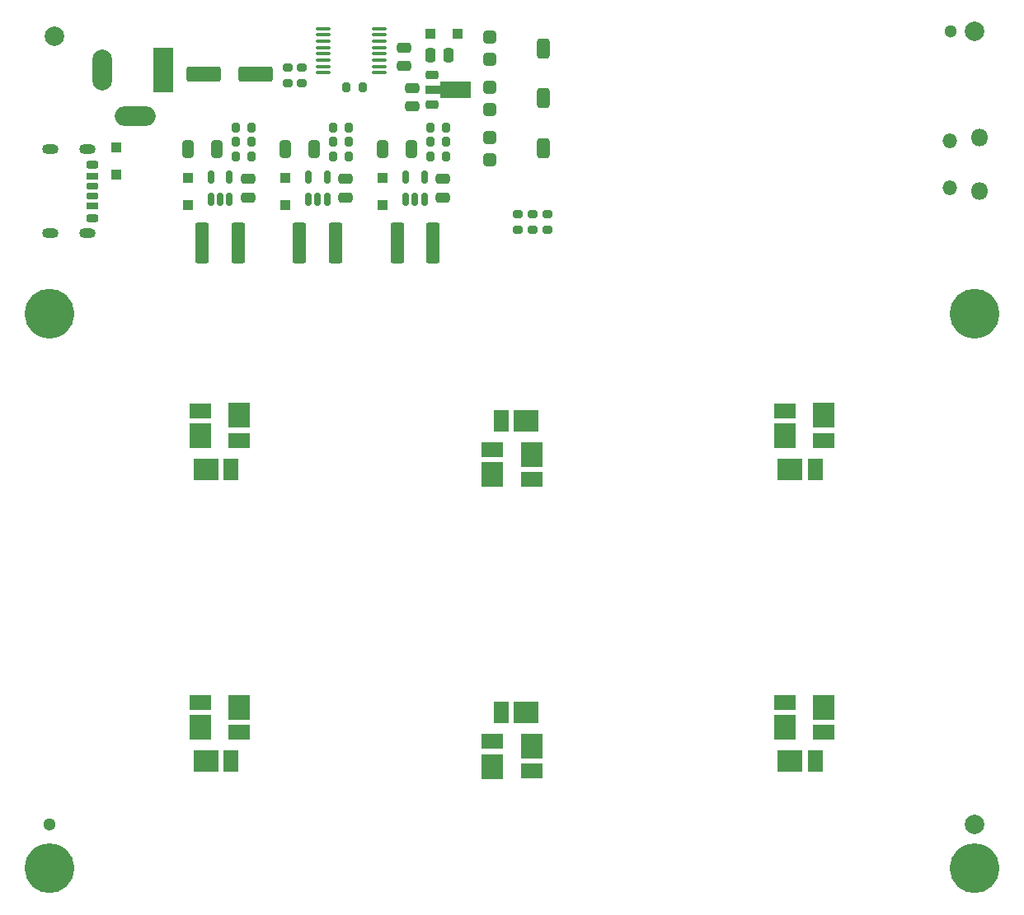
<source format=gts>
G04 #@! TF.GenerationSoftware,KiCad,Pcbnew,9.0.1-rc2*
G04 #@! TF.CreationDate,2025-10-07T22:29:05-07:00*
G04 #@! TF.ProjectId,backlight,6261636b-6c69-4676-9874-2e6b69636164,rev?*
G04 #@! TF.SameCoordinates,Original*
G04 #@! TF.FileFunction,Soldermask,Top*
G04 #@! TF.FilePolarity,Negative*
%FSLAX46Y46*%
G04 Gerber Fmt 4.6, Leading zero omitted, Abs format (unit mm)*
G04 Created by KiCad (PCBNEW 9.0.1-rc2) date 2025-10-07 22:29:05*
%MOMM*%
%LPD*%
G01*
G04 APERTURE LIST*
G04 Aperture macros list*
%AMRoundRect*
0 Rectangle with rounded corners*
0 $1 Rounding radius*
0 $2 $3 $4 $5 $6 $7 $8 $9 X,Y pos of 4 corners*
0 Add a 4 corners polygon primitive as box body*
4,1,4,$2,$3,$4,$5,$6,$7,$8,$9,$2,$3,0*
0 Add four circle primitives for the rounded corners*
1,1,$1+$1,$2,$3*
1,1,$1+$1,$4,$5*
1,1,$1+$1,$6,$7*
1,1,$1+$1,$8,$9*
0 Add four rect primitives between the rounded corners*
20,1,$1+$1,$2,$3,$4,$5,0*
20,1,$1+$1,$4,$5,$6,$7,0*
20,1,$1+$1,$6,$7,$8,$9,0*
20,1,$1+$1,$8,$9,$2,$3,0*%
%AMFreePoly0*
4,1,9,3.862500,-0.866500,0.737500,-0.866500,0.737500,-0.450000,-0.737500,-0.450000,-0.737500,0.450000,0.737500,0.450000,0.737500,0.866500,3.862500,0.866500,3.862500,-0.866500,3.862500,-0.866500,$1*%
G04 Aperture macros list end*
%ADD10C,2.575000*%
%ADD11RoundRect,0.250000X0.300000X0.300000X-0.300000X0.300000X-0.300000X-0.300000X0.300000X-0.300000X0*%
%ADD12RoundRect,0.250000X-1.500000X-0.550000X1.500000X-0.550000X1.500000X0.550000X-1.500000X0.550000X0*%
%ADD13O,1.800000X1.800000*%
%ADD14O,1.500000X1.500000*%
%ADD15RoundRect,0.225000X-0.425000X-0.225000X0.425000X-0.225000X0.425000X0.225000X-0.425000X0.225000X0*%
%ADD16FreePoly0,0.000000*%
%ADD17RoundRect,0.250000X-0.300000X0.300000X-0.300000X-0.300000X0.300000X-0.300000X0.300000X0.300000X0*%
%ADD18RoundRect,0.250000X-0.250000X-0.475000X0.250000X-0.475000X0.250000X0.475000X-0.250000X0.475000X0*%
%ADD19RoundRect,0.250000X0.475000X-0.250000X0.475000X0.250000X-0.475000X0.250000X-0.475000X-0.250000X0*%
%ADD20RoundRect,0.200000X-0.200000X-0.275000X0.200000X-0.275000X0.200000X0.275000X-0.200000X0.275000X0*%
%ADD21RoundRect,0.150000X0.150000X-0.512500X0.150000X0.512500X-0.150000X0.512500X-0.150000X-0.512500X0*%
%ADD22RoundRect,0.200000X0.275000X-0.200000X0.275000X0.200000X-0.275000X0.200000X-0.275000X-0.200000X0*%
%ADD23RoundRect,0.250000X-0.325000X-0.650000X0.325000X-0.650000X0.325000X0.650000X-0.325000X0.650000X0*%
%ADD24R,1.550000X2.200000*%
%ADD25R,2.500000X2.200000*%
%ADD26C,2.200000*%
%ADD27RoundRect,0.250000X-0.475000X0.250000X-0.475000X-0.250000X0.475000X-0.250000X0.475000X0.250000X0*%
%ADD28C,2.000000*%
%ADD29R,2.200000X1.550000*%
%ADD30R,2.200000X2.500000*%
%ADD31C,1.300000*%
%ADD32RoundRect,0.100000X0.637500X0.100000X-0.637500X0.100000X-0.637500X-0.100000X0.637500X-0.100000X0*%
%ADD33RoundRect,0.200000X0.200000X0.275000X-0.200000X0.275000X-0.200000X-0.275000X0.200000X-0.275000X0*%
%ADD34RoundRect,0.249999X0.450001X1.850001X-0.450001X1.850001X-0.450001X-1.850001X0.450001X-1.850001X0*%
%ADD35RoundRect,0.250000X0.400000X-0.400000X0.400000X0.400000X-0.400000X0.400000X-0.400000X-0.400000X0*%
%ADD36RoundRect,0.250000X0.400000X-0.750000X0.400000X0.750000X-0.400000X0.750000X-0.400000X-0.750000X0*%
%ADD37O,4.200000X2.000000*%
%ADD38O,2.000000X4.200000*%
%ADD39R,2.000000X4.600000*%
%ADD40RoundRect,0.200000X-0.275000X0.200000X-0.275000X-0.200000X0.275000X-0.200000X0.275000X0.200000X0*%
%ADD41O,1.700000X1.000000*%
%ADD42RoundRect,0.200000X-0.400000X0.200000X-0.400000X-0.200000X0.400000X-0.200000X0.400000X0.200000X0*%
%ADD43RoundRect,0.190000X-0.410000X0.190000X-0.410000X-0.190000X0.410000X-0.190000X0.410000X0.190000X0*%
%ADD44RoundRect,0.175000X0.425000X-0.175000X0.425000X0.175000X-0.425000X0.175000X-0.425000X-0.175000X0*%
%ADD45RoundRect,0.200000X0.400000X-0.200000X0.400000X0.200000X-0.400000X0.200000X-0.400000X-0.200000X0*%
%ADD46RoundRect,0.190000X0.410000X-0.190000X0.410000X0.190000X-0.410000X0.190000X-0.410000X-0.190000X0*%
%ADD47RoundRect,0.175000X-0.425000X0.175000X-0.425000X-0.175000X0.425000X-0.175000X0.425000X0.175000X0*%
G04 APERTURE END LIST*
D10*
X180787500Y-88500000D02*
G75*
G02*
X178212500Y-88500000I-1287500J0D01*
G01*
X178212500Y-88500000D02*
G75*
G02*
X180787500Y-88500000I1287500J0D01*
G01*
X85787500Y-88500000D02*
G75*
G02*
X83212500Y-88500000I-1287500J0D01*
G01*
X83212500Y-88500000D02*
G75*
G02*
X85787500Y-88500000I1287500J0D01*
G01*
X85787500Y-145500000D02*
G75*
G02*
X83212500Y-145500000I-1287500J0D01*
G01*
X83212500Y-145500000D02*
G75*
G02*
X85787500Y-145500000I1287500J0D01*
G01*
X180787500Y-145500000D02*
G75*
G02*
X178212500Y-145500000I-1287500J0D01*
G01*
X178212500Y-145500000D02*
G75*
G02*
X180787500Y-145500000I1287500J0D01*
G01*
D11*
X123600000Y-59700000D03*
X126400000Y-59700000D03*
D12*
X105700000Y-63900000D03*
X100300000Y-63900000D03*
D13*
X180000000Y-70410000D03*
D14*
X176970000Y-70710000D03*
X176970000Y-75560000D03*
D13*
X180000000Y-75860000D03*
D15*
X123750000Y-66962500D03*
D16*
X123837501Y-65462500D03*
D15*
X123750000Y-63962500D03*
D17*
X91400000Y-74199998D03*
X91400000Y-71400000D03*
D18*
X125499999Y-61900000D03*
X123600001Y-61900000D03*
D19*
X121750000Y-65300001D03*
X121750000Y-67199999D03*
D20*
X115243750Y-72350002D03*
X113593750Y-72350002D03*
D21*
X121093750Y-74487500D03*
X122993750Y-74487500D03*
X122993750Y-76762500D03*
X122043750Y-76762500D03*
X121093750Y-76762500D03*
D22*
X134100000Y-78245577D03*
X134100000Y-79895577D03*
D23*
X121693750Y-71587500D03*
X118743750Y-71587500D03*
D24*
X130875002Y-129500000D03*
D25*
X133450002Y-129500000D03*
D20*
X125243750Y-70850000D03*
X123593750Y-70850000D03*
D26*
X179500000Y-88500000D03*
D20*
X115243749Y-70850002D03*
X113593749Y-70850002D03*
D27*
X120887499Y-63038298D03*
X120887499Y-61138300D03*
D17*
X98743750Y-77300000D03*
X98743750Y-74500000D03*
D28*
X179500000Y-141000000D03*
D27*
X124893750Y-76537500D03*
X124893750Y-74637500D03*
X104893750Y-76537500D03*
X104893750Y-74637500D03*
D24*
X163125000Y-134500000D03*
D25*
X160550000Y-134500000D03*
D20*
X105243750Y-70850000D03*
X103593750Y-70850000D03*
D26*
X84500000Y-88500000D03*
D23*
X101693750Y-71587500D03*
X98743750Y-71587500D03*
D29*
X100000000Y-98475000D03*
D30*
X100000000Y-101050000D03*
D17*
X118743750Y-77300000D03*
X118743750Y-74500000D03*
X108743750Y-77300000D03*
X108743750Y-74500000D03*
D24*
X163125000Y-104500000D03*
D25*
X160550000Y-104500000D03*
D20*
X105243750Y-69350000D03*
X103593750Y-69350000D03*
D31*
X84500000Y-141000000D03*
D32*
X112649999Y-63738300D03*
X112649999Y-63088300D03*
X112649999Y-62438300D03*
X112649999Y-61788300D03*
X112649999Y-61138300D03*
X112649999Y-60488300D03*
X112649999Y-59838300D03*
X112649999Y-59188300D03*
X118374999Y-59188300D03*
X118374999Y-59838300D03*
X118374999Y-60488300D03*
X118374999Y-61138300D03*
X118374999Y-61788300D03*
X118374999Y-62438300D03*
X118374999Y-63088300D03*
X118374999Y-63738300D03*
D24*
X130875001Y-99499999D03*
D25*
X133450001Y-99499999D03*
D26*
X84500000Y-145500000D03*
D20*
X115243750Y-69350000D03*
X113593750Y-69350000D03*
D22*
X135600000Y-78245577D03*
X135600000Y-79895577D03*
D29*
X133999999Y-105524999D03*
D30*
X133999999Y-102949999D03*
D29*
X164000000Y-101525000D03*
D30*
X164000000Y-98950000D03*
D29*
X160000000Y-98475000D03*
D30*
X160000000Y-101050000D03*
D29*
X160000000Y-128475000D03*
D30*
X160000000Y-131050000D03*
D29*
X104000000Y-131525000D03*
D30*
X104000000Y-128950000D03*
D29*
X104000000Y-101525000D03*
D30*
X104000000Y-98950000D03*
D27*
X114893750Y-76537500D03*
X114893750Y-74637500D03*
D20*
X105243750Y-72350000D03*
X103593750Y-72350000D03*
D24*
X103125000Y-104500000D03*
D25*
X100550000Y-104500000D03*
D33*
X114987500Y-65263298D03*
X116637500Y-65263298D03*
D24*
X103125000Y-134500000D03*
D25*
X100550000Y-134500000D03*
D34*
X100193750Y-81237500D03*
X103893750Y-81237500D03*
D21*
X101093750Y-74487500D03*
X102993750Y-74487500D03*
X102993750Y-76762500D03*
X102043750Y-76762500D03*
X101093750Y-76762500D03*
D23*
X111693750Y-71587500D03*
X108743750Y-71587500D03*
D34*
X120193750Y-81237500D03*
X123893750Y-81237500D03*
D29*
X130000002Y-132475000D03*
D30*
X130000002Y-135050000D03*
D35*
X129737500Y-70354923D03*
D36*
X135237500Y-71504923D03*
D35*
X129737500Y-72654923D03*
X129737500Y-67504923D03*
D36*
X135237500Y-66354923D03*
D35*
X129737500Y-65204923D03*
D29*
X164000000Y-131525000D03*
D30*
X164000000Y-128950000D03*
D37*
X93300000Y-68225001D03*
D38*
X89900000Y-63425001D03*
D39*
X96200000Y-63425001D03*
D28*
X85000000Y-60000000D03*
X179500000Y-59500000D03*
D21*
X111093750Y-74487500D03*
X112993750Y-74487500D03*
X112993750Y-76762500D03*
X112043750Y-76762500D03*
X111093750Y-76762500D03*
D40*
X110425000Y-64813300D03*
X110425000Y-63163300D03*
D20*
X125243750Y-72339998D03*
X123593750Y-72339998D03*
X125243750Y-69350000D03*
X123593750Y-69350000D03*
D22*
X132600000Y-78245577D03*
X132600000Y-79895577D03*
D35*
X129737500Y-62354923D03*
D36*
X135237500Y-61204923D03*
D35*
X129737500Y-60054923D03*
D26*
X179500000Y-145500000D03*
D29*
X100000000Y-128475000D03*
D30*
X100000000Y-131050000D03*
D41*
X84600000Y-80220000D03*
X88400000Y-80220000D03*
X84600000Y-71580000D03*
X88400000Y-71580000D03*
D42*
X88900000Y-73150000D03*
D43*
X88900000Y-74380000D03*
D44*
X88899999Y-76400000D03*
D45*
X88900000Y-78650000D03*
D46*
X88900000Y-77420000D03*
D47*
X88899999Y-75400000D03*
D29*
X134000000Y-135525000D03*
D30*
X134000000Y-132950000D03*
D40*
X108950000Y-64813300D03*
X108950000Y-63163300D03*
D29*
X130000001Y-102474999D03*
D30*
X130000001Y-105049999D03*
D34*
X110193750Y-81237500D03*
X113893750Y-81237500D03*
D31*
X177000000Y-59500000D03*
M02*

</source>
